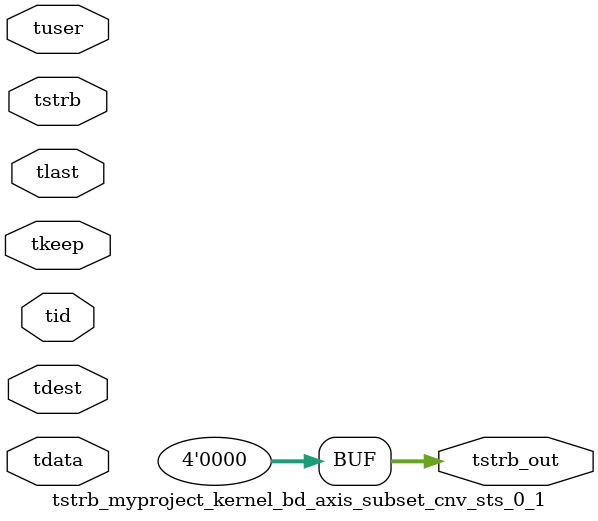
<source format=v>


`timescale 1ps/1ps

module tstrb_myproject_kernel_bd_axis_subset_cnv_sts_0_1 #
(
parameter C_S_AXIS_TDATA_WIDTH = 32,
parameter C_S_AXIS_TUSER_WIDTH = 0,
parameter C_S_AXIS_TID_WIDTH   = 0,
parameter C_S_AXIS_TDEST_WIDTH = 0,
parameter C_M_AXIS_TDATA_WIDTH = 32
)
(
input  [(C_S_AXIS_TDATA_WIDTH == 0 ? 1 : C_S_AXIS_TDATA_WIDTH)-1:0     ] tdata,
input  [(C_S_AXIS_TUSER_WIDTH == 0 ? 1 : C_S_AXIS_TUSER_WIDTH)-1:0     ] tuser,
input  [(C_S_AXIS_TID_WIDTH   == 0 ? 1 : C_S_AXIS_TID_WIDTH)-1:0       ] tid,
input  [(C_S_AXIS_TDEST_WIDTH == 0 ? 1 : C_S_AXIS_TDEST_WIDTH)-1:0     ] tdest,
input  [(C_S_AXIS_TDATA_WIDTH/8)-1:0 ] tkeep,
input  [(C_S_AXIS_TDATA_WIDTH/8)-1:0 ] tstrb,
input                                                                    tlast,
output [(C_M_AXIS_TDATA_WIDTH/8)-1:0 ] tstrb_out
);

assign tstrb_out = {1'b0};

endmodule


</source>
